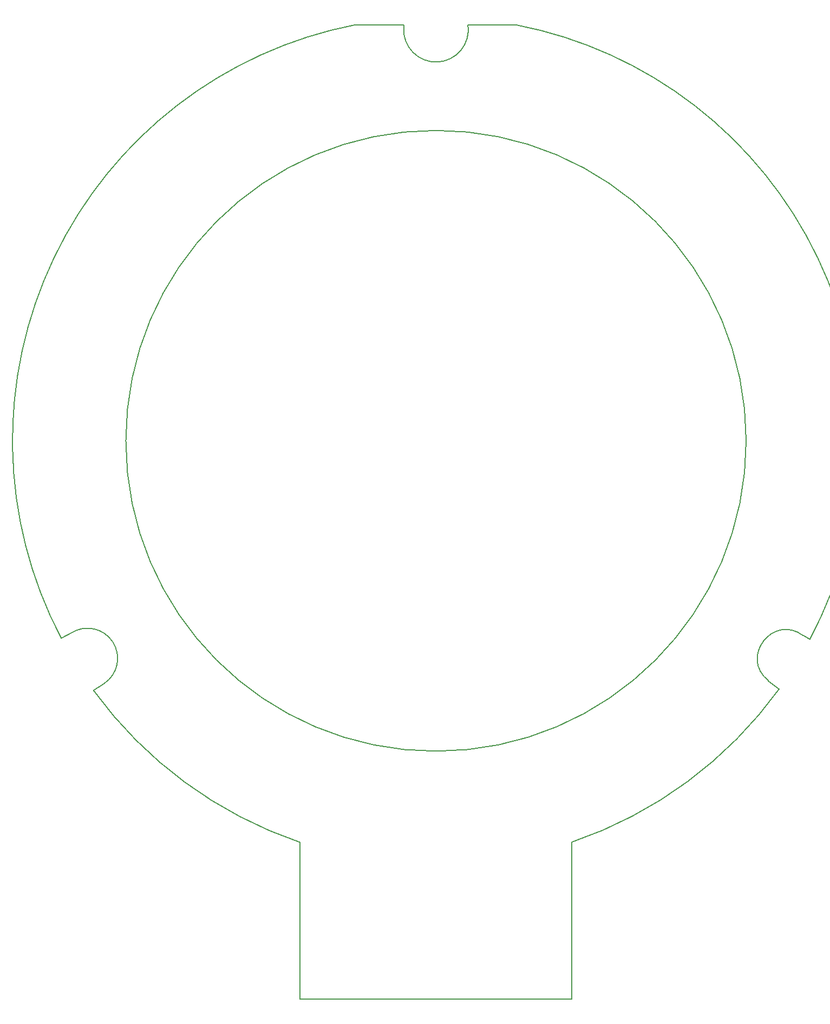
<source format=gbr>
G04 #@! TF.FileFunction,Profile,NP*
%FSLAX46Y46*%
G04 Gerber Fmt 4.6, Leading zero omitted, Abs format (unit mm)*
G04 Created by KiCad (PCBNEW 4.0.7) date 02/08/19 08:23:59*
%MOMM*%
%LPD*%
G01*
G04 APERTURE LIST*
%ADD10C,0.100000*%
%ADD11C,0.150000*%
G04 APERTURE END LIST*
D10*
D11*
X95420000Y-139550000D02*
X93770000Y-140600000D01*
X199320000Y-139100000D02*
X200970000Y-140400000D01*
X168570000Y-188850000D02*
X168570000Y-164300000D01*
X126070000Y-188850000D02*
X168570000Y-188850000D01*
X126070000Y-177450000D02*
X126070000Y-188850000D01*
X126070000Y-174050000D02*
X126070000Y-177450000D01*
X126070000Y-170950000D02*
X126070000Y-174050000D01*
X126070000Y-167750000D02*
X126070000Y-170950000D01*
X126070000Y-165300000D02*
X126070000Y-167750000D01*
X126070000Y-164350000D02*
X126070000Y-165300000D01*
X204770000Y-132050000D02*
X205770000Y-132650000D01*
X90320000Y-131600000D02*
X88720000Y-132450000D01*
X142270000Y-37000000D02*
X142270000Y-37100000D01*
X142270000Y-36600000D02*
X142270000Y-37000000D01*
X134670000Y-36600000D02*
X142270000Y-36600000D01*
X159820000Y-36600000D02*
X152320000Y-36600000D01*
X142270371Y-37097519D02*
G75*
G03X152320000Y-36600000I5049629J-252481D01*
G01*
X204740674Y-132039102D02*
G75*
G03X199320000Y-139100000I-2670674J-3560898D01*
G01*
X95436516Y-139524774D02*
G75*
G03X90320000Y-131600000I-2616516J3924774D01*
G01*
X134705727Y-36587981D02*
G75*
G03X88720000Y-132450000I12614273J-65012019D01*
G01*
X93766812Y-140602322D02*
G75*
G03X126070000Y-164350000I53553188J39002322D01*
G01*
X168572202Y-164306510D02*
G75*
G03X200970000Y-140400000I-21252202J62706510D01*
G01*
X205774970Y-132652640D02*
G75*
G03X159820000Y-36600000I-58454970J31052640D01*
G01*
X195820000Y-101600000D02*
G75*
G03X195820000Y-101600000I-48500000J0D01*
G01*
M02*

</source>
